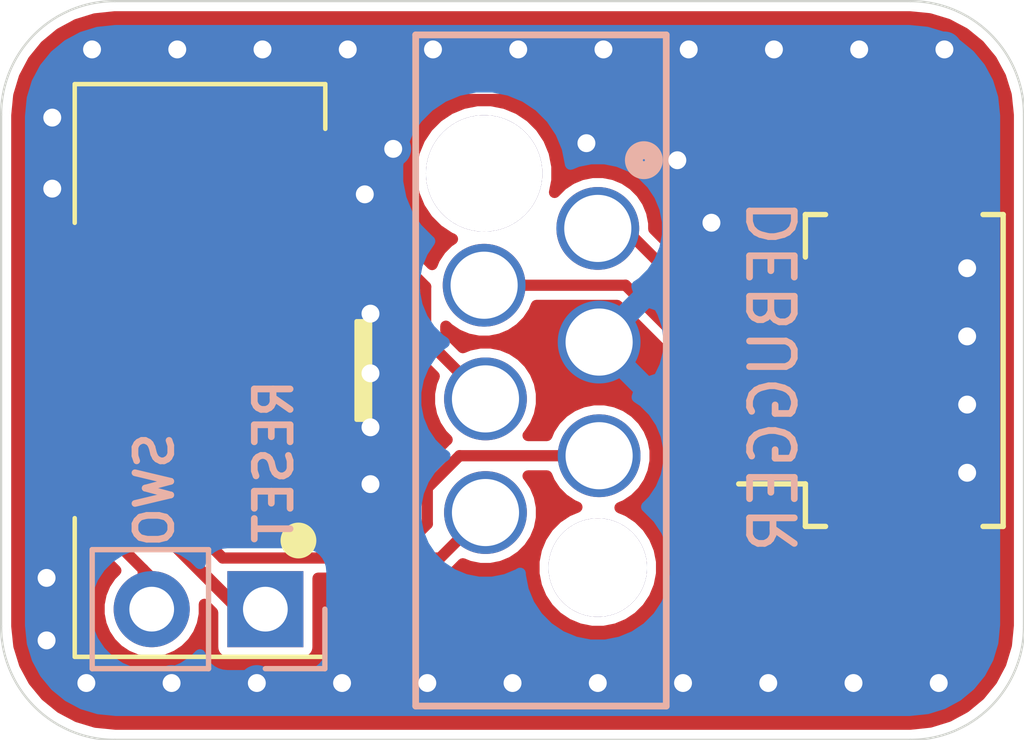
<source format=kicad_pcb>
(kicad_pcb (version 20171130) (host pcbnew 5.1.10-88a1d61d58~88~ubuntu18.04.1)

  (general
    (thickness 1.6)
    (drawings 11)
    (tracks 101)
    (zones 0)
    (modules 4)
    (nets 10)
  )

  (page A4)
  (layers
    (0 F.Cu signal)
    (31 B.Cu signal)
    (32 B.Adhes user)
    (33 F.Adhes user)
    (34 B.Paste user)
    (35 F.Paste user)
    (36 B.SilkS user)
    (37 F.SilkS user)
    (38 B.Mask user)
    (39 F.Mask user)
    (40 Dwgs.User user)
    (41 Cmts.User user)
    (42 Eco1.User user)
    (43 Eco2.User user)
    (44 Edge.Cuts user)
    (45 Margin user)
    (46 B.CrtYd user)
    (47 F.CrtYd user)
    (48 B.Fab user)
    (49 F.Fab user)
  )

  (setup
    (last_trace_width 0.25)
    (trace_clearance 0.15)
    (zone_clearance 0.2)
    (zone_45_only no)
    (trace_min 0.2)
    (via_size 0.8)
    (via_drill 0.4)
    (via_min_size 0.4)
    (via_min_drill 0.3)
    (uvia_size 0.3)
    (uvia_drill 0.1)
    (uvias_allowed no)
    (uvia_min_size 0.2)
    (uvia_min_drill 0.1)
    (edge_width 0.05)
    (segment_width 0.2)
    (pcb_text_width 0.3)
    (pcb_text_size 1.5 1.5)
    (mod_edge_width 0.12)
    (mod_text_size 1 1)
    (mod_text_width 0.15)
    (pad_size 2.1 3)
    (pad_drill 0)
    (pad_to_mask_clearance 0)
    (aux_axis_origin 0 0)
    (visible_elements 7FFFFF7F)
    (pcbplotparams
      (layerselection 0x010f8_ffffffff)
      (usegerberextensions false)
      (usegerberattributes true)
      (usegerberadvancedattributes true)
      (creategerberjobfile true)
      (excludeedgelayer true)
      (linewidth 0.100000)
      (plotframeref false)
      (viasonmask false)
      (mode 1)
      (useauxorigin false)
      (hpglpennumber 1)
      (hpglpenspeed 20)
      (hpglpendiameter 15.000000)
      (psnegative false)
      (psa4output false)
      (plotreference true)
      (plotvalue true)
      (plotinvisibletext false)
      (padsonsilk false)
      (subtractmaskfromsilk false)
      (outputformat 1)
      (mirror false)
      (drillshape 0)
      (scaleselection 1)
      (outputdirectory "SKEDD_debuggerboard/"))
  )

  (net 0 "")
  (net 1 +3V3)
  (net 2 GND)
  (net 3 /SWO)
  (net 4 "Net-(J1-Pad8)")
  (net 5 /RESET)
  (net 6 /SWIO)
  (net 7 /SWDCLK)
  (net 8 /Tx-host-viewpoint)
  (net 9 /Rx-host-viewpoint)

  (net_class Default "This is the default net class."
    (clearance 0.15)
    (trace_width 0.25)
    (via_dia 0.8)
    (via_drill 0.4)
    (uvia_dia 0.3)
    (uvia_drill 0.1)
    (add_net +3V3)
    (add_net /RESET)
    (add_net /Rx-host-viewpoint)
    (add_net /SWDCLK)
    (add_net /SWIO)
    (add_net /SWO)
    (add_net /Tx-host-viewpoint)
    (add_net GND)
    (add_net "Net-(J1-Pad7)")
    (add_net "Net-(J1-Pad8)")
  )

  (module Jitter_Footprints:WR-WST_REDFIT-6-pins_490107670612 (layer B.Cu) (tedit 603FBAAC) (tstamp 603FCD5A)
    (at 158.75 106.68 90)
    (path /603F6716)
    (attr virtual)
    (fp_text reference J3 (at 0.1 3.8 -90) (layer B.SilkS) hide
      (effects (font (size 1 1) (thickness 0.15)) (justify mirror))
    )
    (fp_text value DNI (at 0 0.5 -90) (layer B.Fab) hide
      (effects (font (size 1 1) (thickness 0.15)) (justify mirror))
    )
    (fp_line (start -7.5 -2.8) (end -7.5 2.8) (layer B.SilkS) (width 0.15))
    (fp_line (start -7.5 2.8) (end 7.5 2.8) (layer B.SilkS) (width 0.15))
    (fp_line (start 7.5 -2.8) (end -7.5 -2.8) (layer B.SilkS) (width 0.15))
    (fp_line (start 7.5 2.8) (end 7.5 -2.8) (layer B.SilkS) (width 0.15))
    (fp_circle (center 4.7 2.3) (end 4.923607 2.3) (layer B.SilkS) (width 0.4))
    (fp_line (start 7 2.8) (end -7 2.8) (layer B.Fab) (width 0.05))
    (fp_line (start -7 2.8) (end -7 -2.8) (layer B.Fab) (width 0.05))
    (fp_line (start -7 -2.8) (end 7 -2.8) (layer B.Fab) (width 0.05))
    (fp_line (start 7 -2.8) (end 7 2.8) (layer B.Fab) (width 0.05))
    (fp_line (start 7.7 -3) (end 7.7 3) (layer B.CrtYd) (width 0.12))
    (fp_line (start 7.7 3) (end -7.7 3) (layer B.CrtYd) (width 0.12))
    (fp_line (start -7.7 3) (end -7.7 -3) (layer B.CrtYd) (width 0.12))
    (fp_line (start -7.7 -3) (end 7.7 -3) (layer B.CrtYd) (width 0.12))
    (pad 2 thru_hole circle (at 1.905 -1.27 90) (size 1.85 1.85) (drill 1.5) (layers *.Cu *.Mask)
      (net 9 /Rx-host-viewpoint))
    (pad 4 thru_hole circle (at -0.635 -1.24 90) (size 1.85 1.85) (drill 1.5) (layers *.Cu *.Mask)
      (net 1 +3V3))
    (pad 6 thru_hole circle (at -3.175 -1.24 90) (size 1.85 1.85) (drill 1.5) (layers *.Cu *.Mask)
      (net 7 /SWDCLK))
    (pad 5 thru_hole circle (at -1.905 1.3 90) (size 1.85 1.85) (drill 1.5) (layers *.Cu *.Mask)
      (net 6 /SWIO))
    (pad 3 thru_hole circle (at 0.635 1.3 90) (size 1.85 1.85) (drill 1.5) (layers *.Cu *.Mask)
      (net 2 GND))
    (pad 1 thru_hole circle (at 3.175 1.27 90) (size 1.85 1.85) (drill 1.5) (layers *.Cu *.Mask)
      (net 8 /Tx-host-viewpoint))
    (pad 0 thru_hole circle (at 4.405 -1.27 90) (size 2.6 2.6) (drill 2.6) (layers *.Cu *.Mask))
    (pad 0 thru_hole circle (at -4.405 1.27 90) (size 2.2 2.2) (drill 2.2) (layers *.Cu *.Mask))
    (model :jitter:490107670612.stp
      (offset (xyz -2.4 0 5.9))
      (scale (xyz 1 1 1))
      (rotate (xyz 0 0 0))
    )
  )

  (module Jitter_Footprints:connector_jtag_10pin-female-mirrored (layer F.Cu) (tedit 603F7D5A) (tstamp 603FCD18)
    (at 151.13 106.68 180)
    (descr "surface-mounted straight pin header, 2x05, 1.27mm pitch, double rows")
    (tags "Surface mounted pin header SMD 2x05 1.27mm double row")
    (path /603FEAD9)
    (attr smd)
    (fp_text reference J1 (at 0 -5.1) (layer F.SilkS) hide
      (effects (font (size 1 1) (thickness 0.15)))
    )
    (fp_text value Conn_ARM_JTAG_SWD_10 (at 0 4.235) (layer F.Fab) hide
      (effects (font (size 1 1) (thickness 0.15)))
    )
    (fp_line (start 1.705 3.175) (end -1.705 3.175) (layer F.Fab) (width 0.1))
    (fp_line (start -1.27 -3.175) (end 1.705 -3.175) (layer F.Fab) (width 0.1))
    (fp_line (start -1.705 3.175) (end -1.705 -2.74) (layer F.Fab) (width 0.1))
    (fp_line (start -1.705 -2.74) (end -1.27 -3.175) (layer F.Fab) (width 0.1))
    (fp_line (start 1.705 -3.175) (end 1.705 3.175) (layer F.Fab) (width 0.1))
    (fp_line (start -1.705 -2.74) (end -2.75 -2.74) (layer F.Fab) (width 0.1))
    (fp_line (start -2.75 -2.74) (end -2.75 -2.34) (layer F.Fab) (width 0.1))
    (fp_line (start -2.75 -2.34) (end -1.705 -2.34) (layer F.Fab) (width 0.1))
    (fp_line (start 1.705 -2.74) (end 2.75 -2.74) (layer F.Fab) (width 0.1))
    (fp_line (start 2.75 -2.74) (end 2.75 -2.34) (layer F.Fab) (width 0.1))
    (fp_line (start 2.75 -2.34) (end 1.705 -2.34) (layer F.Fab) (width 0.1))
    (fp_line (start -1.705 -1.47) (end -2.75 -1.47) (layer F.Fab) (width 0.1))
    (fp_line (start -2.75 -1.47) (end -2.75 -1.07) (layer F.Fab) (width 0.1))
    (fp_line (start -2.75 -1.07) (end -1.705 -1.07) (layer F.Fab) (width 0.1))
    (fp_line (start 1.705 -1.47) (end 2.75 -1.47) (layer F.Fab) (width 0.1))
    (fp_line (start 2.75 -1.47) (end 2.75 -1.07) (layer F.Fab) (width 0.1))
    (fp_line (start 2.75 -1.07) (end 1.705 -1.07) (layer F.Fab) (width 0.1))
    (fp_line (start -1.705 -0.2) (end -2.75 -0.2) (layer F.Fab) (width 0.1))
    (fp_line (start -2.75 -0.2) (end -2.75 0.2) (layer F.Fab) (width 0.1))
    (fp_line (start -2.75 0.2) (end -1.705 0.2) (layer F.Fab) (width 0.1))
    (fp_line (start 1.705 -0.2) (end 2.75 -0.2) (layer F.Fab) (width 0.1))
    (fp_line (start 2.75 -0.2) (end 2.75 0.2) (layer F.Fab) (width 0.1))
    (fp_line (start 2.75 0.2) (end 1.705 0.2) (layer F.Fab) (width 0.1))
    (fp_line (start -1.705 1.07) (end -2.75 1.07) (layer F.Fab) (width 0.1))
    (fp_line (start -2.75 1.07) (end -2.75 1.47) (layer F.Fab) (width 0.1))
    (fp_line (start -2.75 1.47) (end -1.705 1.47) (layer F.Fab) (width 0.1))
    (fp_line (start 1.705 1.07) (end 2.75 1.07) (layer F.Fab) (width 0.1))
    (fp_line (start 2.75 1.07) (end 2.75 1.47) (layer F.Fab) (width 0.1))
    (fp_line (start 2.75 1.47) (end 1.705 1.47) (layer F.Fab) (width 0.1))
    (fp_line (start -1.705 2.34) (end -2.75 2.34) (layer F.Fab) (width 0.1))
    (fp_line (start -2.75 2.34) (end -2.75 2.74) (layer F.Fab) (width 0.1))
    (fp_line (start -2.75 2.74) (end -1.705 2.74) (layer F.Fab) (width 0.1))
    (fp_line (start 1.705 2.34) (end 2.75 2.34) (layer F.Fab) (width 0.1))
    (fp_line (start 2.75 2.34) (end 2.75 2.74) (layer F.Fab) (width 0.1))
    (fp_line (start 2.75 2.74) (end 1.705 2.74) (layer F.Fab) (width 0.1))
    (fp_line (start 2.8 -6.4) (end -2.8 -6.4) (layer F.SilkS) (width 0.1))
    (fp_line (start -2.8 -6.4) (end -2.8 -5.4) (layer F.SilkS) (width 0.1))
    (fp_line (start 2.8 -6.4) (end 2.8 -3.3) (layer F.SilkS) (width 0.1))
    (fp_line (start 2.8 3.3) (end 2.8 6.4) (layer F.SilkS) (width 0.1))
    (fp_line (start 2.8 6.4) (end -2.8 6.4) (layer F.SilkS) (width 0.1))
    (fp_line (start -2.8 6.4) (end -2.8 5.4) (layer F.SilkS) (width 0.1))
    (fp_circle (center -2.2 -3.8) (end -2 -3.8) (layer F.SilkS) (width 0.4))
    (fp_line (start -3.6 6.9) (end 3.3 6.9) (layer F.CrtYd) (width 0.1))
    (fp_line (start 3.3 6.9) (end 3.6 6.9) (layer F.CrtYd) (width 0.1))
    (fp_line (start 3.6 6.9) (end 3.6 -6.9) (layer F.CrtYd) (width 0.1))
    (fp_line (start 3.6 -6.9) (end -3.6 -6.9) (layer F.CrtYd) (width 0.1))
    (fp_line (start -3.6 -6.9) (end -3.6 6.9) (layer F.CrtYd) (width 0.1))
    (fp_poly (pts (xy -3.5 1.1) (xy -3.8 1.1) (xy -3.8 -1.1) (xy -3.5 -1.1)) (layer F.SilkS) (width 0.1))
    (fp_text user %R (at 0 0 90) (layer F.Fab) hide
      (effects (font (size 1 1) (thickness 0.15)))
    )
    (pad 2 smd rect (at 1.95 2.54 180) (size 2.4 0.74) (layers F.Cu F.Paste F.Mask)
      (net 6 /SWIO))
    (pad 1 smd rect (at -1.95 2.54 180) (size 2.4 0.74) (layers F.Cu F.Paste F.Mask)
      (net 1 +3V3))
    (pad 4 smd rect (at 1.95 1.27 180) (size 2.4 0.74) (layers F.Cu F.Paste F.Mask)
      (net 7 /SWDCLK))
    (pad 3 smd rect (at -1.95 1.27 180) (size 2.4 0.74) (layers F.Cu F.Paste F.Mask)
      (net 2 GND))
    (pad 6 smd rect (at 1.95 0 180) (size 2.4 0.74) (layers F.Cu F.Paste F.Mask)
      (net 3 /SWO))
    (pad 5 smd rect (at -1.95 0 180) (size 2.4 0.74) (layers F.Cu F.Paste F.Mask)
      (net 2 GND))
    (pad 8 smd rect (at 1.95 -1.27 180) (size 2.4 0.74) (layers F.Cu F.Paste F.Mask))
    (pad 7 smd rect (at -1.95 -1.27 180) (size 2.4 0.74) (layers F.Cu F.Paste F.Mask))
    (pad 10 smd rect (at 1.95 -2.54 180) (size 2.4 0.74) (layers F.Cu F.Paste F.Mask)
      (net 5 /RESET))
    (pad 9 smd rect (at -1.95 -2.54 180) (size 2.4 0.74) (layers F.Cu F.Paste F.Mask)
      (net 2 GND))
    (model :jitter:m50-3100545_asm.stp
      (offset (xyz 0 3.19 4.5))
      (scale (xyz 1 1 1))
      (rotate (xyz -90 0 90))
    )
  )

  (module Connector_PinHeader_2.54mm:PinHeader_1x02_P2.54mm_Vertical (layer B.Cu) (tedit 59FED5CC) (tstamp 603FCD72)
    (at 152.5905 112.014 90)
    (descr "Through hole straight pin header, 1x02, 2.54mm pitch, single row")
    (tags "Through hole pin header THT 1x02 2.54mm single row")
    (path /603FFE29)
    (fp_text reference J4 (at 0 2.33 270) (layer B.SilkS) hide
      (effects (font (size 1 1) (thickness 0.15)) (justify mirror))
    )
    (fp_text value DNI (at 1.27 -7.62 270) (layer B.Fab) hide
      (effects (font (size 1 1) (thickness 0.15)) (justify mirror))
    )
    (fp_line (start -0.635 1.27) (end 1.27 1.27) (layer B.Fab) (width 0.1))
    (fp_line (start 1.27 1.27) (end 1.27 -3.81) (layer B.Fab) (width 0.1))
    (fp_line (start 1.27 -3.81) (end -1.27 -3.81) (layer B.Fab) (width 0.1))
    (fp_line (start -1.27 -3.81) (end -1.27 0.635) (layer B.Fab) (width 0.1))
    (fp_line (start -1.27 0.635) (end -0.635 1.27) (layer B.Fab) (width 0.1))
    (fp_line (start -1.33 -3.87) (end 1.33 -3.87) (layer B.SilkS) (width 0.12))
    (fp_line (start -1.33 -1.27) (end -1.33 -3.87) (layer B.SilkS) (width 0.12))
    (fp_line (start 1.33 -1.27) (end 1.33 -3.87) (layer B.SilkS) (width 0.12))
    (fp_line (start -1.33 -1.27) (end 1.33 -1.27) (layer B.SilkS) (width 0.12))
    (fp_line (start -1.33 0) (end -1.33 1.33) (layer B.SilkS) (width 0.12))
    (fp_line (start -1.33 1.33) (end 0 1.33) (layer B.SilkS) (width 0.12))
    (fp_line (start -1.8 1.8) (end -1.8 -4.35) (layer B.CrtYd) (width 0.05))
    (fp_line (start -1.8 -4.35) (end 1.8 -4.35) (layer B.CrtYd) (width 0.05))
    (fp_line (start 1.8 -4.35) (end 1.8 1.8) (layer B.CrtYd) (width 0.05))
    (fp_line (start 1.8 1.8) (end -1.8 1.8) (layer B.CrtYd) (width 0.05))
    (fp_text user %R (at 0 -1.27) (layer B.Fab) hide
      (effects (font (size 1 1) (thickness 0.15)) (justify mirror))
    )
    (pad 1 thru_hole rect (at 0 0 90) (size 1.7 1.7) (drill 1) (layers *.Cu *.Mask)
      (net 5 /RESET))
    (pad 2 thru_hole oval (at 0 -2.54 90) (size 1.7 1.7) (drill 1) (layers *.Cu *.Mask)
      (net 3 /SWO))
    (model ${KISYS3DMOD}/Connector_PinHeader_2.54mm.3dshapes/PinHeader_1x02_P2.54mm_Vertical.wrl
      (at (xyz 0 0 0))
      (scale (xyz 1 1 1))
      (rotate (xyz 0 0 0))
    )
  )

  (module Connector_Molex:Molex_PicoBlade_53261-0471_1x04-1MP_P1.25mm_Horizontal (layer F.Cu) (tedit 603FBC0F) (tstamp 603FCD41)
    (at 166.37 106.68 90)
    (descr "Molex PicoBlade series connector, 53261-0471 (http://www.molex.com/pdm_docs/sd/532610271_sd.pdf), generated with kicad-footprint-generator")
    (tags "connector Molex PicoBlade top entry")
    (path /603F5DEC)
    (attr smd)
    (fp_text reference J2 (at 0 -4.4 90) (layer F.SilkS) hide
      (effects (font (size 1 1) (thickness 0.15)))
    )
    (fp_text value uart_client_2.54 (at 0 3.8 90) (layer F.Fab) hide
      (effects (font (size 1 1) (thickness 0.15)))
    )
    (fp_line (start -1.875 -0.892893) (end -1.375 -1.6) (layer F.Fab) (width 0.1))
    (fp_line (start -2.375 -1.6) (end -1.875 -0.892893) (layer F.Fab) (width 0.1))
    (fp_line (start 5.98 -3.7) (end -5.98 -3.7) (layer F.CrtYd) (width 0.05))
    (fp_line (start 5.98 3.1) (end 5.98 -3.7) (layer F.CrtYd) (width 0.05))
    (fp_line (start -5.98 3.1) (end 5.98 3.1) (layer F.CrtYd) (width 0.05))
    (fp_line (start -5.98 -3.7) (end -5.98 3.1) (layer F.CrtYd) (width 0.05))
    (fp_line (start 4.875 2.2) (end 3.375 2.2) (layer F.Fab) (width 0.1))
    (fp_line (start 4.875 1.6) (end 4.875 2.2) (layer F.Fab) (width 0.1))
    (fp_line (start 5.075 1.4) (end 4.875 1.6) (layer F.Fab) (width 0.1))
    (fp_line (start 5.075 -0.4) (end 5.075 1.4) (layer F.Fab) (width 0.1))
    (fp_line (start 4.875 -0.6) (end 5.075 -0.4) (layer F.Fab) (width 0.1))
    (fp_line (start 3.375 -0.6) (end 4.875 -0.6) (layer F.Fab) (width 0.1))
    (fp_line (start -4.875 2.2) (end -3.375 2.2) (layer F.Fab) (width 0.1))
    (fp_line (start -4.875 1.6) (end -4.875 2.2) (layer F.Fab) (width 0.1))
    (fp_line (start -5.075 1.4) (end -4.875 1.6) (layer F.Fab) (width 0.1))
    (fp_line (start -5.075 -0.4) (end -5.075 1.4) (layer F.Fab) (width 0.1))
    (fp_line (start -4.875 -0.6) (end -5.075 -0.4) (layer F.Fab) (width 0.1))
    (fp_line (start -3.375 -0.6) (end -4.875 -0.6) (layer F.Fab) (width 0.1))
    (fp_line (start 3.375 -1.6) (end 3.375 2.6) (layer F.Fab) (width 0.1))
    (fp_line (start -3.375 -1.6) (end -3.375 2.6) (layer F.Fab) (width 0.1))
    (fp_line (start -3.375 2.6) (end 3.375 2.6) (layer F.Fab) (width 0.1))
    (fp_line (start 3.485 2.71) (end 3.485 2.26) (layer F.SilkS) (width 0.12))
    (fp_line (start -3.485 2.71) (end 3.485 2.71) (layer F.SilkS) (width 0.12))
    (fp_line (start -3.485 2.26) (end -3.485 2.71) (layer F.SilkS) (width 0.12))
    (fp_line (start 3.485 -1.71) (end 2.535 -1.71) (layer F.SilkS) (width 0.12))
    (fp_line (start 3.485 -1.26) (end 3.485 -1.71) (layer F.SilkS) (width 0.12))
    (fp_line (start -2.535 -1.71) (end -2.535 -3.2) (layer F.SilkS) (width 0.12))
    (fp_line (start -3.485 -1.71) (end -2.535 -1.71) (layer F.SilkS) (width 0.12))
    (fp_line (start -3.485 -1.26) (end -3.485 -1.71) (layer F.SilkS) (width 0.12))
    (fp_line (start -3.375 -1.6) (end 3.375 -1.6) (layer F.Fab) (width 0.1))
    (fp_text user %R (at 0 1.9 90) (layer F.Fab) hide
      (effects (font (size 1 1) (thickness 0.15)))
    )
    (pad MP smd roundrect (at 4.425 0.5 90) (size 2.1 3) (layers F.Cu F.Paste F.Mask) (roundrect_rratio 0.119))
    (pad MP smd roundrect (at -4.425 0.5 90) (size 2.1 3) (layers F.Cu F.Paste F.Mask) (roundrect_rratio 0.119))
    (pad 4 smd roundrect (at 1.875 -2.4 90) (size 0.8 1.6) (layers F.Cu F.Paste F.Mask) (roundrect_rratio 0.25)
      (net 1 +3V3))
    (pad 3 smd roundrect (at 0.625 -2.4 90) (size 0.8 1.6) (layers F.Cu F.Paste F.Mask) (roundrect_rratio 0.25)
      (net 8 /Tx-host-viewpoint))
    (pad 2 smd roundrect (at -0.625 -2.4 90) (size 0.8 1.6) (layers F.Cu F.Paste F.Mask) (roundrect_rratio 0.25)
      (net 9 /Rx-host-viewpoint))
    (pad 1 smd roundrect (at -1.875 -2.4 90) (size 0.8 1.6) (layers F.Cu F.Paste F.Mask) (roundrect_rratio 0.25)
      (net 2 GND))
    (model ${KISYS3DMOD}/Connector_Molex.3dshapes/Molex_PicoBlade_53261-0471_1x04-1MP_P1.25mm_Horizontal.wrl
      (at (xyz 0 0 0))
      (scale (xyz 1 1 1))
      (rotate (xyz 0 0 0))
    )
  )

  (gr_text DEBUGGER (at 163.957 106.807 90) (layer B.SilkS)
    (effects (font (size 1 1) (thickness 0.15)) (justify mirror))
  )
  (gr_text RESET (at 152.781 108.712 90) (layer B.SilkS)
    (effects (font (size 0.8 0.8) (thickness 0.15)) (justify mirror))
  )
  (gr_text SWO (at 150.114 109.347 90) (layer B.SilkS)
    (effects (font (size 0.8 0.8) (thickness 0.15)) (justify mirror))
  )
  (gr_arc (start 149.225 100.965) (end 149.225 98.425) (angle -90) (layer Edge.Cuts) (width 0.05))
  (gr_line (start 146.685 112.395) (end 146.685 100.965) (layer Edge.Cuts) (width 0.05))
  (gr_line (start 167.005 98.425) (end 149.225 98.425) (layer Edge.Cuts) (width 0.05))
  (gr_line (start 167.005 114.935) (end 149.225 114.935) (layer Edge.Cuts) (width 0.05) (tstamp 603FF9A0))
  (gr_arc (start 149.225 112.395) (end 146.685 112.395) (angle -90) (layer Edge.Cuts) (width 0.05))
  (gr_arc (start 167.005 100.965) (end 169.545 100.965) (angle -90) (layer Edge.Cuts) (width 0.05))
  (gr_line (start 169.545 112.395) (end 169.545 100.965) (layer Edge.Cuts) (width 0.05))
  (gr_arc (start 167.005 112.395) (end 167.005 114.935) (angle -90) (layer Edge.Cuts) (width 0.05))

  (segment (start 154.53 104.14) (end 153.08 104.14) (width 0.25) (layer F.Cu) (net 1))
  (segment (start 155.505002 104.14) (end 153.08 104.14) (width 0.25) (layer F.Cu) (net 1))
  (segment (start 156.173001 104.807999) (end 155.505002 104.14) (width 0.25) (layer F.Cu) (net 1))
  (segment (start 156.173001 105.978001) (end 156.173001 104.807999) (width 0.25) (layer F.Cu) (net 1))
  (segment (start 157.51 107.315) (end 156.173001 105.978001) (width 0.25) (layer F.Cu) (net 1))
  (segment (start 153.08 102.19) (end 153.08 104.14) (width 0.25) (layer F.Cu) (net 1))
  (segment (start 156.006018 100.17252) (end 155.09748 100.17252) (width 0.25) (layer F.Cu) (net 1))
  (segment (start 156.661001 100.179501) (end 156.012999 100.179501) (width 0.25) (layer F.Cu) (net 1))
  (segment (start 156.667982 100.17252) (end 156.661001 100.179501) (width 0.25) (layer F.Cu) (net 1))
  (segment (start 157.911018 100.17252) (end 156.667982 100.17252) (width 0.25) (layer F.Cu) (net 1))
  (segment (start 163.97 104.805) (end 163.97 101.74) (width 0.25) (layer F.Cu) (net 1))
  (segment (start 157.917999 100.179501) (end 157.911018 100.17252) (width 0.25) (layer F.Cu) (net 1))
  (segment (start 162.376001 100.179501) (end 161.727999 100.179501) (width 0.25) (layer F.Cu) (net 1))
  (segment (start 163.97 101.74) (end 162.40252 100.17252) (width 0.25) (layer F.Cu) (net 1))
  (segment (start 162.40252 100.17252) (end 162.382982 100.17252) (width 0.25) (layer F.Cu) (net 1))
  (segment (start 158.566001 100.179501) (end 157.917999 100.179501) (width 0.25) (layer F.Cu) (net 1))
  (segment (start 162.382982 100.17252) (end 162.376001 100.179501) (width 0.25) (layer F.Cu) (net 1))
  (segment (start 161.721018 100.17252) (end 160.477982 100.17252) (width 0.25) (layer F.Cu) (net 1))
  (segment (start 155.09748 100.17252) (end 153.08 102.19) (width 0.25) (layer F.Cu) (net 1))
  (segment (start 160.477982 100.17252) (end 160.471001 100.179501) (width 0.25) (layer F.Cu) (net 1))
  (segment (start 160.471001 100.179501) (end 159.822999 100.179501) (width 0.25) (layer F.Cu) (net 1))
  (segment (start 159.822999 100.179501) (end 159.816018 100.17252) (width 0.25) (layer F.Cu) (net 1))
  (segment (start 161.727999 100.179501) (end 161.721018 100.17252) (width 0.25) (layer F.Cu) (net 1))
  (segment (start 159.816018 100.17252) (end 158.572982 100.17252) (width 0.25) (layer F.Cu) (net 1))
  (segment (start 156.012999 100.179501) (end 156.006018 100.17252) (width 0.25) (layer F.Cu) (net 1))
  (segment (start 158.572982 100.17252) (end 158.566001 100.179501) (width 0.25) (layer F.Cu) (net 1))
  (via (at 167.767 99.5045) (size 0.8) (drill 0.4) (layers F.Cu B.Cu) (net 2) (tstamp 60400330))
  (via (at 160.147 99.5045) (size 0.8) (drill 0.4) (layers F.Cu B.Cu) (net 2) (tstamp 60400331))
  (via (at 165.862 99.5045) (size 0.8) (drill 0.4) (layers F.Cu B.Cu) (net 2) (tstamp 60400332))
  (via (at 162.052 99.5045) (size 0.8) (drill 0.4) (layers F.Cu B.Cu) (net 2) (tstamp 60400333))
  (via (at 163.957 99.5045) (size 0.8) (drill 0.4) (layers F.Cu B.Cu) (net 2) (tstamp 60400334))
  (via (at 150.622 99.5045) (size 0.8) (drill 0.4) (layers F.Cu B.Cu) (net 2) (tstamp 60400335))
  (via (at 152.527 99.5045) (size 0.8) (drill 0.4) (layers F.Cu B.Cu) (net 2) (tstamp 60400336))
  (via (at 148.717 99.5045) (size 0.8) (drill 0.4) (layers F.Cu B.Cu) (net 2) (tstamp 60400337))
  (via (at 158.242 99.5045) (size 0.8) (drill 0.4) (layers F.Cu B.Cu) (net 2) (tstamp 60400338))
  (via (at 154.432 99.5045) (size 0.8) (drill 0.4) (layers F.Cu B.Cu) (net 2) (tstamp 60400339))
  (via (at 156.337 99.5045) (size 0.8) (drill 0.4) (layers F.Cu B.Cu) (net 2) (tstamp 6040033A))
  (via (at 154.94 109.22) (size 0.8) (drill 0.4) (layers F.Cu B.Cu) (net 2))
  (via (at 162.56 103.378) (size 0.8) (drill 0.4) (layers F.Cu B.Cu) (net 2))
  (via (at 154.94 107.95) (size 0.8) (drill 0.4) (layers F.Cu B.Cu) (net 2))
  (via (at 161.798 101.981) (size 0.8) (drill 0.4) (layers F.Cu B.Cu) (net 2))
  (via (at 167.64 113.665) (size 0.8) (drill 0.4) (layers F.Cu B.Cu) (net 2))
  (via (at 165.735 113.665) (size 0.8) (drill 0.4) (layers F.Cu B.Cu) (net 2))
  (via (at 163.83 113.665) (size 0.8) (drill 0.4) (layers F.Cu B.Cu) (net 2))
  (via (at 161.925 113.665) (size 0.8) (drill 0.4) (layers F.Cu B.Cu) (net 2))
  (via (at 160.02 113.665) (size 0.8) (drill 0.4) (layers F.Cu B.Cu) (net 2))
  (via (at 158.115 113.665) (size 0.8) (drill 0.4) (layers F.Cu B.Cu) (net 2))
  (via (at 156.21 113.665) (size 0.8) (drill 0.4) (layers F.Cu B.Cu) (net 2))
  (via (at 154.305 113.665) (size 0.8) (drill 0.4) (layers F.Cu B.Cu) (net 2))
  (via (at 152.4 113.665) (size 0.8) (drill 0.4) (layers F.Cu B.Cu) (net 2))
  (via (at 150.495 113.665) (size 0.8) (drill 0.4) (layers F.Cu B.Cu) (net 2))
  (via (at 148.59 113.665) (size 0.8) (drill 0.4) (layers F.Cu B.Cu) (net 2))
  (via (at 154.94 106.7435) (size 0.8) (drill 0.4) (layers F.Cu B.Cu) (net 2))
  (via (at 154.94 105.41) (size 0.8) (drill 0.4) (layers F.Cu B.Cu) (net 2))
  (via (at 147.701 112.7125) (size 0.8) (drill 0.4) (layers F.Cu B.Cu) (net 2))
  (via (at 147.701 111.3155) (size 0.8) (drill 0.4) (layers F.Cu B.Cu) (net 2))
  (via (at 147.828 102.616) (size 0.8) (drill 0.4) (layers F.Cu B.Cu) (net 2))
  (via (at 147.828 101.0285) (size 0.8) (drill 0.4) (layers F.Cu B.Cu) (net 2))
  (via (at 168.275 108.966) (size 0.8) (drill 0.4) (layers F.Cu B.Cu) (net 2))
  (via (at 168.275 107.442) (size 0.8) (drill 0.4) (layers F.Cu B.Cu) (net 2))
  (via (at 168.275 105.918) (size 0.8) (drill 0.4) (layers F.Cu B.Cu) (net 2))
  (via (at 168.275 104.394) (size 0.8) (drill 0.4) (layers F.Cu B.Cu) (net 2))
  (via (at 159.766 101.6) (size 0.8) (drill 0.4) (layers F.Cu B.Cu) (net 2))
  (via (at 155.448 101.727) (size 0.8) (drill 0.4) (layers F.Cu B.Cu) (net 2))
  (via (at 154.813 102.743) (size 0.8) (drill 0.4) (layers F.Cu B.Cu) (net 2))
  (segment (start 149.86 112.395) (end 149.86 111.125) (width 0.25) (layer F.Cu) (net 3))
  (segment (start 149.86 111.125) (end 148.9075 110.1725) (width 0.25) (layer F.Cu) (net 3))
  (segment (start 150.0505 111.3155) (end 149.86 111.125) (width 0.25) (layer F.Cu) (net 3))
  (segment (start 150.0505 112.014) (end 150.0505 111.3155) (width 0.25) (layer F.Cu) (net 3))
  (segment (start 148.067498 110.1725) (end 148.9075 110.1725) (width 0.25) (layer F.Cu) (net 3))
  (segment (start 147.704999 109.810001) (end 148.067498 110.1725) (width 0.25) (layer F.Cu) (net 3))
  (segment (start 148.089998 106.68) (end 147.704999 107.064999) (width 0.25) (layer F.Cu) (net 3))
  (segment (start 149.18 106.68) (end 148.089998 106.68) (width 0.25) (layer F.Cu) (net 3))
  (segment (start 147.704999 107.064999) (end 147.704999 109.810001) (width 0.25) (layer F.Cu) (net 3))
  (segment (start 149.18 107.95) (end 149.225 107.95) (width 0.25) (layer F.Cu) (net 4))
  (segment (start 149.86 109.22) (end 149.225 109.22) (width 0.25) (layer F.Cu) (net 5))
  (segment (start 149.225 109.22) (end 152.4 112.395) (width 0.25) (layer F.Cu) (net 5))
  (segment (start 149.18 109.22) (end 149.225 109.22) (width 0.25) (layer F.Cu) (net 5))
  (segment (start 151.974 112.014) (end 149.18 109.22) (width 0.25) (layer F.Cu) (net 5))
  (segment (start 152.5905 112.014) (end 151.974 112.014) (width 0.25) (layer F.Cu) (net 5))
  (segment (start 151.476805 104.986805) (end 150.63 104.14) (width 0.25) (layer F.Cu) (net 6))
  (segment (start 151.476805 110.074805) (end 151.476805 104.986805) (width 0.25) (layer F.Cu) (net 6))
  (segment (start 151.765 110.363) (end 151.476805 110.074805) (width 0.25) (layer F.Cu) (net 6))
  (segment (start 155.956 110.363) (end 151.765 110.363) (width 0.25) (layer F.Cu) (net 6))
  (segment (start 156.21 110.109) (end 155.956 110.363) (width 0.25) (layer F.Cu) (net 6))
  (segment (start 156.21 109.304998) (end 156.21 110.109) (width 0.25) (layer F.Cu) (net 6))
  (segment (start 156.929998 108.585) (end 156.21 109.304998) (width 0.25) (layer F.Cu) (net 6))
  (segment (start 150.63 104.14) (end 149.18 104.14) (width 0.25) (layer F.Cu) (net 6))
  (segment (start 160.05 108.585) (end 156.929998 108.585) (width 0.25) (layer F.Cu) (net 6))
  (segment (start 151.638 110.871) (end 156.494 110.871) (width 0.25) (layer F.Cu) (net 7))
  (segment (start 150.876 110.109) (end 151.638 110.871) (width 0.25) (layer F.Cu) (net 7))
  (segment (start 150.876 105.656) (end 150.876 110.109) (width 0.25) (layer F.Cu) (net 7))
  (segment (start 156.494 110.871) (end 157.51 109.855) (width 0.25) (layer F.Cu) (net 7))
  (segment (start 150.63 105.41) (end 150.876 105.656) (width 0.25) (layer F.Cu) (net 7))
  (segment (start 149.18 105.41) (end 150.63 105.41) (width 0.25) (layer F.Cu) (net 7))
  (segment (start 160.62 103.505) (end 160.02 103.505) (width 0.25) (layer F.Cu) (net 8))
  (segment (start 163.17 106.055) (end 160.62 103.505) (width 0.25) (layer F.Cu) (net 8))
  (segment (start 163.97 106.055) (end 163.17 106.055) (width 0.25) (layer F.Cu) (net 8))
  (segment (start 160.64 104.775) (end 157.48 104.775) (width 0.25) (layer F.Cu) (net 9))
  (segment (start 163.17 107.305) (end 160.64 104.775) (width 0.25) (layer F.Cu) (net 9))
  (segment (start 163.97 107.305) (end 163.17 107.305) (width 0.25) (layer F.Cu) (net 9))

  (zone (net 2) (net_name GND) (layer F.Cu) (tstamp 60402C34) (hatch edge 0.508)
    (connect_pads yes (clearance 0.2))
    (min_thickness 0.254)
    (fill yes (arc_segments 32) (thermal_gap 0.508) (thermal_bridge_width 0.508))
    (polygon
      (pts
        (xy 169.545 114.935) (xy 146.685 114.935) (xy 146.685 98.425) (xy 169.545 98.425)
      )
    )
    (filled_polygon
      (pts
        (xy 167.429654 98.820326) (xy 167.83814 98.943655) (xy 168.214888 99.143974) (xy 168.54555 99.413657) (xy 168.817535 99.742431)
        (xy 169.02048 100.117769) (xy 169.146657 100.525381) (xy 169.193001 100.966318) (xy 169.193 112.377785) (xy 169.149674 112.819659)
        (xy 169.026346 113.228139) (xy 168.826025 113.604889) (xy 168.556346 113.935548) (xy 168.227569 114.207535) (xy 167.852231 114.41048)
        (xy 167.444621 114.536657) (xy 167.003692 114.583) (xy 149.242215 114.583) (xy 148.800341 114.539674) (xy 148.391861 114.416346)
        (xy 148.015111 114.216025) (xy 147.684452 113.946346) (xy 147.412465 113.617569) (xy 147.20952 113.242231) (xy 147.083343 112.834621)
        (xy 147.037 112.393692) (xy 147.037 107.064999) (xy 147.250812 107.064999) (xy 147.252999 107.087204) (xy 147.253 109.787786)
        (xy 147.250812 109.810001) (xy 147.259539 109.898608) (xy 147.285385 109.98381) (xy 147.293339 109.99869) (xy 147.327357 110.062334)
        (xy 147.383841 110.13116) (xy 147.401094 110.14532) (xy 147.732179 110.476405) (xy 147.746339 110.493659) (xy 147.815165 110.550143)
        (xy 147.846871 110.56709) (xy 147.893688 110.592114) (xy 147.97889 110.61796) (xy 148.067497 110.626687) (xy 148.089702 110.6245)
        (xy 148.720277 110.6245) (xy 149.247873 111.152097) (xy 149.136264 111.263706) (xy 149.007456 111.456481) (xy 148.918731 111.670682)
        (xy 148.8735 111.898076) (xy 148.8735 112.129924) (xy 148.918731 112.357318) (xy 149.007456 112.571519) (xy 149.136264 112.764294)
        (xy 149.300206 112.928236) (xy 149.492981 113.057044) (xy 149.707182 113.145769) (xy 149.934576 113.191) (xy 150.166424 113.191)
        (xy 150.393818 113.145769) (xy 150.608019 113.057044) (xy 150.800794 112.928236) (xy 150.964736 112.764294) (xy 151.093544 112.571519)
        (xy 151.182269 112.357318) (xy 151.2275 112.129924) (xy 151.2275 111.906724) (xy 151.411918 112.091142) (xy 151.411918 112.864)
        (xy 151.418232 112.928103) (xy 151.43693 112.989743) (xy 151.467294 113.04655) (xy 151.508157 113.096343) (xy 151.55795 113.137206)
        (xy 151.614757 113.16757) (xy 151.676397 113.186268) (xy 151.7405 113.192582) (xy 153.4405 113.192582) (xy 153.504603 113.186268)
        (xy 153.566243 113.16757) (xy 153.62305 113.137206) (xy 153.672843 113.096343) (xy 153.713706 113.04655) (xy 153.74407 112.989743)
        (xy 153.762768 112.928103) (xy 153.769082 112.864) (xy 153.769082 111.323) (xy 156.471795 111.323) (xy 156.494 111.325187)
        (xy 156.516205 111.323) (xy 156.582607 111.31646) (xy 156.66781 111.290614) (xy 156.746333 111.248643) (xy 156.815159 111.192159)
        (xy 156.829323 111.1749) (xy 157.00376 111.000463) (xy 157.144805 111.058886) (xy 157.386689 111.107) (xy 157.633311 111.107)
        (xy 157.875195 111.058886) (xy 158.103044 110.964508) (xy 158.308104 110.827492) (xy 158.482492 110.653104) (xy 158.619508 110.448044)
        (xy 158.713886 110.220195) (xy 158.762 109.978311) (xy 158.762 109.731689) (xy 158.713886 109.489805) (xy 158.619508 109.261956)
        (xy 158.482492 109.056896) (xy 158.462596 109.037) (xy 158.88207 109.037) (xy 158.940492 109.178044) (xy 159.077508 109.383104)
        (xy 159.251896 109.557492) (xy 159.456956 109.694508) (xy 159.552484 109.734077) (xy 159.344062 109.820409) (xy 159.11034 109.976576)
        (xy 158.911576 110.17534) (xy 158.755409 110.409062) (xy 158.647838 110.668759) (xy 158.593 110.944453) (xy 158.593 111.225547)
        (xy 158.647838 111.501241) (xy 158.755409 111.760938) (xy 158.911576 111.99466) (xy 159.11034 112.193424) (xy 159.344062 112.349591)
        (xy 159.603759 112.457162) (xy 159.879453 112.512) (xy 160.160547 112.512) (xy 160.436241 112.457162) (xy 160.695938 112.349591)
        (xy 160.92966 112.193424) (xy 161.128424 111.99466) (xy 161.284591 111.760938) (xy 161.392162 111.501241) (xy 161.447 111.225547)
        (xy 161.447 110.944453) (xy 161.392162 110.668759) (xy 161.284591 110.409062) (xy 161.128424 110.17534) (xy 160.92966 109.976576)
        (xy 160.695938 109.820409) (xy 160.517516 109.746503) (xy 160.643044 109.694508) (xy 160.848104 109.557492) (xy 161.022492 109.383104)
        (xy 161.159508 109.178044) (xy 161.253886 108.950195) (xy 161.302 108.708311) (xy 161.302 108.461689) (xy 161.253886 108.219805)
        (xy 161.159508 107.991956) (xy 161.022492 107.786896) (xy 160.848104 107.612508) (xy 160.643044 107.475492) (xy 160.415195 107.381114)
        (xy 160.173311 107.333) (xy 159.926689 107.333) (xy 159.684805 107.381114) (xy 159.456956 107.475492) (xy 159.251896 107.612508)
        (xy 159.077508 107.786896) (xy 158.940492 107.991956) (xy 158.88207 108.133) (xy 158.462596 108.133) (xy 158.482492 108.113104)
        (xy 158.619508 107.908044) (xy 158.713886 107.680195) (xy 158.762 107.438311) (xy 158.762 107.191689) (xy 158.713886 106.949805)
        (xy 158.619508 106.721956) (xy 158.482492 106.516896) (xy 158.308104 106.342508) (xy 158.103044 106.205492) (xy 157.875195 106.111114)
        (xy 157.633311 106.063) (xy 157.386689 106.063) (xy 157.144805 106.111114) (xy 157.00376 106.169537) (xy 156.625001 105.790778)
        (xy 156.625001 105.690597) (xy 156.681896 105.747492) (xy 156.886956 105.884508) (xy 157.114805 105.978886) (xy 157.356689 106.027)
        (xy 157.603311 106.027) (xy 157.845195 105.978886) (xy 158.073044 105.884508) (xy 158.278104 105.747492) (xy 158.452492 105.573104)
        (xy 158.589508 105.368044) (xy 158.64793 105.227) (xy 160.452777 105.227) (xy 162.834686 107.608911) (xy 162.848841 107.626159)
        (xy 162.859767 107.635125) (xy 162.881654 107.70728) (xy 162.9305 107.798664) (xy 162.996236 107.878764) (xy 163.076336 107.9445)
        (xy 163.16772 107.993346) (xy 163.266879 108.023425) (xy 163.37 108.033582) (xy 164.57 108.033582) (xy 164.673121 108.023425)
        (xy 164.77228 107.993346) (xy 164.863664 107.9445) (xy 164.943764 107.878764) (xy 165.0095 107.798664) (xy 165.058346 107.70728)
        (xy 165.088425 107.608121) (xy 165.098582 107.505) (xy 165.098582 107.105) (xy 165.088425 107.001879) (xy 165.058346 106.90272)
        (xy 165.0095 106.811336) (xy 164.943764 106.731236) (xy 164.881332 106.68) (xy 164.943764 106.628764) (xy 165.0095 106.548664)
        (xy 165.058346 106.45728) (xy 165.088425 106.358121) (xy 165.098582 106.255) (xy 165.098582 105.855) (xy 165.088425 105.751879)
        (xy 165.058346 105.65272) (xy 165.0095 105.561336) (xy 164.943764 105.481236) (xy 164.881332 105.43) (xy 164.943764 105.378764)
        (xy 165.0095 105.298664) (xy 165.058346 105.20728) (xy 165.088425 105.108121) (xy 165.098582 105.005) (xy 165.098582 104.605)
        (xy 165.088425 104.501879) (xy 165.058346 104.40272) (xy 165.0095 104.311336) (xy 164.943764 104.231236) (xy 164.863664 104.1655)
        (xy 164.77228 104.116654) (xy 164.673121 104.086575) (xy 164.57 104.076418) (xy 164.422 104.076418) (xy 164.422 101.762202)
        (xy 164.424187 101.739999) (xy 164.422 101.717795) (xy 164.41546 101.651393) (xy 164.389614 101.56619) (xy 164.347643 101.487667)
        (xy 164.291159 101.418841) (xy 164.27391 101.404685) (xy 162.737843 99.86862) (xy 162.723679 99.851361) (xy 162.654853 99.794877)
        (xy 162.57633 99.752906) (xy 162.491127 99.72706) (xy 162.424725 99.72052) (xy 162.40252 99.718333) (xy 162.392751 99.719295)
        (xy 162.382982 99.718333) (xy 162.360777 99.72052) (xy 162.294375 99.72706) (xy 162.292921 99.727501) (xy 161.811079 99.727501)
        (xy 161.809625 99.72706) (xy 161.743223 99.72052) (xy 161.721018 99.718333) (xy 161.698813 99.72052) (xy 160.500187 99.72052)
        (xy 160.477982 99.718333) (xy 160.455777 99.72052) (xy 160.389375 99.72706) (xy 160.387921 99.727501) (xy 159.906079 99.727501)
        (xy 159.904625 99.72706) (xy 159.838223 99.72052) (xy 159.816018 99.718333) (xy 159.793813 99.72052) (xy 158.595187 99.72052)
        (xy 158.572982 99.718333) (xy 158.550777 99.72052) (xy 158.484375 99.72706) (xy 158.482921 99.727501) (xy 158.001079 99.727501)
        (xy 157.999625 99.72706) (xy 157.933223 99.72052) (xy 157.911018 99.718333) (xy 157.888813 99.72052) (xy 156.690187 99.72052)
        (xy 156.667982 99.718333) (xy 156.645777 99.72052) (xy 156.579375 99.72706) (xy 156.577921 99.727501) (xy 156.096079 99.727501)
        (xy 156.094625 99.72706) (xy 156.028223 99.72052) (xy 156.006018 99.718333) (xy 155.983813 99.72052) (xy 155.119685 99.72052)
        (xy 155.09748 99.718333) (xy 155.008872 99.72706) (xy 154.92367 99.752906) (xy 154.845147 99.794877) (xy 154.776321 99.851361)
        (xy 154.762161 99.868615) (xy 152.7761 101.854677) (xy 152.758841 101.868841) (xy 152.702358 101.937667) (xy 152.660386 102.016191)
        (xy 152.63454 102.101393) (xy 152.625813 102.19) (xy 152.628 102.212205) (xy 152.628001 103.441418) (xy 151.88 103.441418)
        (xy 151.815897 103.447732) (xy 151.754257 103.46643) (xy 151.69745 103.496794) (xy 151.647657 103.537657) (xy 151.606794 103.58745)
        (xy 151.57643 103.644257) (xy 151.557732 103.705897) (xy 151.551418 103.77) (xy 151.551418 104.422194) (xy 150.965323 103.8361)
        (xy 150.951159 103.818841) (xy 150.882333 103.762357) (xy 150.80381 103.720386) (xy 150.718607 103.69454) (xy 150.698214 103.692531)
        (xy 150.68357 103.644257) (xy 150.653206 103.58745) (xy 150.612343 103.537657) (xy 150.56255 103.496794) (xy 150.505743 103.46643)
        (xy 150.444103 103.447732) (xy 150.38 103.441418) (xy 147.98 103.441418) (xy 147.915897 103.447732) (xy 147.854257 103.46643)
        (xy 147.79745 103.496794) (xy 147.747657 103.537657) (xy 147.706794 103.58745) (xy 147.67643 103.644257) (xy 147.657732 103.705897)
        (xy 147.651418 103.77) (xy 147.651418 104.51) (xy 147.657732 104.574103) (xy 147.67643 104.635743) (xy 147.706794 104.69255)
        (xy 147.747657 104.742343) (xy 147.787451 104.775) (xy 147.747657 104.807657) (xy 147.706794 104.85745) (xy 147.67643 104.914257)
        (xy 147.657732 104.975897) (xy 147.651418 105.04) (xy 147.651418 105.78) (xy 147.657732 105.844103) (xy 147.67643 105.905743)
        (xy 147.706794 105.96255) (xy 147.747657 106.012343) (xy 147.787451 106.045) (xy 147.747657 106.077657) (xy 147.706794 106.12745)
        (xy 147.67643 106.184257) (xy 147.657732 106.245897) (xy 147.651418 106.31) (xy 147.651418 106.479356) (xy 147.401099 106.729676)
        (xy 147.38384 106.74384) (xy 147.327357 106.812666) (xy 147.285385 106.89119) (xy 147.259539 106.976392) (xy 147.250812 107.064999)
        (xy 147.037 107.064999) (xy 147.037 100.982215) (xy 147.080326 100.540346) (xy 147.203655 100.13186) (xy 147.403974 99.755112)
        (xy 147.673657 99.42445) (xy 148.002431 99.152465) (xy 148.377769 98.94952) (xy 148.785381 98.823343) (xy 149.226308 98.777)
        (xy 166.987785 98.777)
      )
    )
    (filled_polygon
      (pts
        (xy 155.721002 104.995224) (xy 155.721001 105.955796) (xy 155.718814 105.978001) (xy 155.727541 106.066608) (xy 155.740274 106.108582)
        (xy 155.753387 106.15181) (xy 155.795358 106.230333) (xy 155.851842 106.29916) (xy 155.869101 106.313324) (xy 156.364537 106.80876)
        (xy 156.306114 106.949805) (xy 156.258 107.191689) (xy 156.258 107.438311) (xy 156.306114 107.680195) (xy 156.400492 107.908044)
        (xy 156.537508 108.113104) (xy 156.652452 108.228048) (xy 156.608839 108.263841) (xy 156.594679 108.281095) (xy 155.9061 108.969675)
        (xy 155.888841 108.983839) (xy 155.845214 109.037) (xy 155.832358 109.052665) (xy 155.790386 109.131189) (xy 155.76454 109.216391)
        (xy 155.755813 109.304998) (xy 155.758 109.327204) (xy 155.758001 109.911) (xy 151.952224 109.911) (xy 151.928805 109.887582)
        (xy 151.928805 108.648582) (xy 154.28 108.648582) (xy 154.344103 108.642268) (xy 154.405743 108.62357) (xy 154.46255 108.593206)
        (xy 154.512343 108.552343) (xy 154.553206 108.50255) (xy 154.58357 108.445743) (xy 154.602268 108.384103) (xy 154.608582 108.32)
        (xy 154.608582 107.58) (xy 154.602268 107.515897) (xy 154.58357 107.454257) (xy 154.553206 107.39745) (xy 154.512343 107.347657)
        (xy 154.46255 107.306794) (xy 154.405743 107.27643) (xy 154.344103 107.257732) (xy 154.28 107.251418) (xy 151.928805 107.251418)
        (xy 151.928805 105.009009) (xy 151.930992 104.986804) (xy 151.922265 104.898197) (xy 151.904181 104.838582) (xy 154.28 104.838582)
        (xy 154.344103 104.832268) (xy 154.405743 104.81357) (xy 154.46255 104.783206) (xy 154.512343 104.742343) (xy 154.553206 104.69255)
        (xy 154.58357 104.635743) (xy 154.596839 104.592) (xy 155.317779 104.592)
      )
    )
    (filled_polygon
      (pts
        (xy 155.924392 100.624961) (xy 156.012999 100.633688) (xy 156.035204 100.631501) (xy 156.638796 100.631501) (xy 156.661001 100.633688)
        (xy 156.683206 100.631501) (xy 156.749608 100.624961) (xy 156.751062 100.62452) (xy 157.827938 100.62452) (xy 157.829392 100.624961)
        (xy 157.917999 100.633688) (xy 157.940204 100.631501) (xy 158.543796 100.631501) (xy 158.566001 100.633688) (xy 158.588206 100.631501)
        (xy 158.654608 100.624961) (xy 158.656062 100.62452) (xy 159.732938 100.62452) (xy 159.734392 100.624961) (xy 159.822999 100.633688)
        (xy 159.845204 100.631501) (xy 160.448796 100.631501) (xy 160.471001 100.633688) (xy 160.493206 100.631501) (xy 160.559608 100.624961)
        (xy 160.561062 100.62452) (xy 161.637938 100.62452) (xy 161.639392 100.624961) (xy 161.727999 100.633688) (xy 161.750204 100.631501)
        (xy 162.222278 100.631501) (xy 163.518001 101.927226) (xy 163.518 104.076418) (xy 163.37 104.076418) (xy 163.266879 104.086575)
        (xy 163.16772 104.116654) (xy 163.076336 104.1655) (xy 162.996236 104.231236) (xy 162.9305 104.311336) (xy 162.881654 104.40272)
        (xy 162.851575 104.501879) (xy 162.841418 104.605) (xy 162.841418 105.005) (xy 162.850398 105.096175) (xy 161.272 103.517777)
        (xy 161.272 103.381689) (xy 161.223886 103.139805) (xy 161.129508 102.911956) (xy 160.992492 102.706896) (xy 160.818104 102.532508)
        (xy 160.613044 102.395492) (xy 160.385195 102.301114) (xy 160.143311 102.253) (xy 159.896689 102.253) (xy 159.654805 102.301114)
        (xy 159.426956 102.395492) (xy 159.221896 102.532508) (xy 159.05432 102.700084) (xy 159.107 102.435245) (xy 159.107 102.114755)
        (xy 159.044475 101.800422) (xy 158.921828 101.504327) (xy 158.743773 101.237848) (xy 158.517152 101.011227) (xy 158.250673 100.833172)
        (xy 157.954578 100.710525) (xy 157.640245 100.648) (xy 157.319755 100.648) (xy 157.005422 100.710525) (xy 156.709327 100.833172)
        (xy 156.442848 101.011227) (xy 156.216227 101.237848) (xy 156.038172 101.504327) (xy 155.915525 101.800422) (xy 155.853 102.114755)
        (xy 155.853 102.435245) (xy 155.915525 102.749578) (xy 156.038172 103.045673) (xy 156.216227 103.312152) (xy 156.442848 103.538773)
        (xy 156.709327 103.716828) (xy 156.771552 103.742602) (xy 156.681896 103.802508) (xy 156.507508 103.976896) (xy 156.370492 104.181956)
        (xy 156.316509 104.312283) (xy 155.840325 103.8361) (xy 155.826161 103.818841) (xy 155.757335 103.762357) (xy 155.678812 103.720386)
        (xy 155.593609 103.69454) (xy 155.527207 103.688) (xy 155.505002 103.685813) (xy 155.482797 103.688) (xy 154.596839 103.688)
        (xy 154.58357 103.644257) (xy 154.553206 103.58745) (xy 154.512343 103.537657) (xy 154.46255 103.496794) (xy 154.405743 103.46643)
        (xy 154.344103 103.447732) (xy 154.28 103.441418) (xy 153.532 103.441418) (xy 153.532 102.377223) (xy 155.284704 100.62452)
        (xy 155.922938 100.62452)
      )
    )
  )
  (zone (net 2) (net_name GND) (layer B.Cu) (tstamp 60402C31) (hatch edge 0.508)
    (connect_pads (clearance 0.508))
    (min_thickness 0.254)
    (fill yes (arc_segments 32) (thermal_gap 0.508) (thermal_bridge_width 0.508))
    (polygon
      (pts
        (xy 169.545 114.935) (xy 146.685 114.935) (xy 146.685 98.425) (xy 169.545 98.425)
      )
    )
    (filled_polygon
      (pts
        (xy 167.369545 99.123909) (xy 167.720208 99.22978) (xy 168.043625 99.401744) (xy 168.327484 99.633254) (xy 168.560965 99.915486)
        (xy 168.735183 100.237695) (xy 168.843502 100.587614) (xy 168.885001 100.982452) (xy 168.885 112.362721) (xy 168.846091 112.759545)
        (xy 168.74022 113.110206) (xy 168.568257 113.433623) (xy 168.336748 113.717482) (xy 168.054514 113.950965) (xy 167.732304 114.125184)
        (xy 167.382385 114.233502) (xy 166.987557 114.275) (xy 149.257279 114.275) (xy 148.860455 114.236091) (xy 148.509794 114.13022)
        (xy 148.186377 113.958257) (xy 147.902518 113.726748) (xy 147.669035 113.444514) (xy 147.494816 113.122304) (xy 147.386498 112.772385)
        (xy 147.345 112.377557) (xy 147.345 111.86774) (xy 148.5655 111.86774) (xy 148.5655 112.16026) (xy 148.622568 112.447158)
        (xy 148.73451 112.717411) (xy 148.897025 112.960632) (xy 149.103868 113.167475) (xy 149.347089 113.32999) (xy 149.617342 113.441932)
        (xy 149.90424 113.499) (xy 150.19676 113.499) (xy 150.483658 113.441932) (xy 150.753911 113.32999) (xy 150.997132 113.167475)
        (xy 151.128987 113.03562) (xy 151.150998 113.10818) (xy 151.209963 113.218494) (xy 151.289315 113.315185) (xy 151.386006 113.394537)
        (xy 151.49632 113.453502) (xy 151.616018 113.489812) (xy 151.7405 113.502072) (xy 153.4405 113.502072) (xy 153.564982 113.489812)
        (xy 153.68468 113.453502) (xy 153.794994 113.394537) (xy 153.891685 113.315185) (xy 153.971037 113.218494) (xy 154.030002 113.10818)
        (xy 154.066312 112.988482) (xy 154.078572 112.864) (xy 154.078572 111.164) (xy 154.066312 111.039518) (xy 154.030002 110.91982)
        (xy 153.971037 110.809506) (xy 153.891685 110.712815) (xy 153.794994 110.633463) (xy 153.68468 110.574498) (xy 153.564982 110.538188)
        (xy 153.4405 110.525928) (xy 151.7405 110.525928) (xy 151.616018 110.538188) (xy 151.49632 110.574498) (xy 151.386006 110.633463)
        (xy 151.289315 110.712815) (xy 151.209963 110.809506) (xy 151.150998 110.91982) (xy 151.128987 110.99238) (xy 150.997132 110.860525)
        (xy 150.753911 110.69801) (xy 150.483658 110.586068) (xy 150.19676 110.529) (xy 149.90424 110.529) (xy 149.617342 110.586068)
        (xy 149.347089 110.69801) (xy 149.103868 110.860525) (xy 148.897025 111.067368) (xy 148.73451 111.310589) (xy 148.622568 111.580842)
        (xy 148.5655 111.86774) (xy 147.345 111.86774) (xy 147.345 102.084419) (xy 155.545 102.084419) (xy 155.545 102.465581)
        (xy 155.619361 102.839419) (xy 155.765225 103.191566) (xy 155.976987 103.508491) (xy 156.246509 103.778013) (xy 156.262728 103.78885)
        (xy 156.097546 104.036063) (xy 155.97995 104.319965) (xy 155.92 104.621353) (xy 155.92 104.928647) (xy 155.97995 105.230035)
        (xy 156.097546 105.513937) (xy 156.268269 105.769442) (xy 156.485558 105.986731) (xy 156.587764 106.055023) (xy 156.515558 106.103269)
        (xy 156.298269 106.320558) (xy 156.127546 106.576063) (xy 156.00995 106.859965) (xy 155.95 107.161353) (xy 155.95 107.468647)
        (xy 156.00995 107.770035) (xy 156.127546 108.053937) (xy 156.298269 108.309442) (xy 156.515558 108.526731) (xy 156.602764 108.585)
        (xy 156.515558 108.643269) (xy 156.298269 108.860558) (xy 156.127546 109.116063) (xy 156.00995 109.399965) (xy 155.95 109.701353)
        (xy 155.95 110.008647) (xy 156.00995 110.310035) (xy 156.127546 110.593937) (xy 156.298269 110.849442) (xy 156.515558 111.066731)
        (xy 156.771063 111.237454) (xy 157.054965 111.35505) (xy 157.356353 111.415) (xy 157.663647 111.415) (xy 157.965035 111.35505)
        (xy 158.248937 111.237454) (xy 158.285 111.213357) (xy 158.285 111.255883) (xy 158.351675 111.591081) (xy 158.482463 111.906831)
        (xy 158.672337 112.190998) (xy 158.914002 112.432663) (xy 159.198169 112.622537) (xy 159.513919 112.753325) (xy 159.849117 112.82)
        (xy 160.190883 112.82) (xy 160.526081 112.753325) (xy 160.841831 112.622537) (xy 161.125998 112.432663) (xy 161.367663 112.190998)
        (xy 161.557537 111.906831) (xy 161.688325 111.591081) (xy 161.755 111.255883) (xy 161.755 110.914117) (xy 161.688325 110.578919)
        (xy 161.557537 110.263169) (xy 161.367663 109.979002) (xy 161.125998 109.737337) (xy 161.112713 109.72846) (xy 161.261731 109.579442)
        (xy 161.432454 109.323937) (xy 161.55005 109.040035) (xy 161.61 108.738647) (xy 161.61 108.431353) (xy 161.55005 108.129965)
        (xy 161.432454 107.846063) (xy 161.261731 107.590558) (xy 161.044442 107.373269) (xy 160.901394 107.277687) (xy 160.952312 107.126917)
        (xy 160.05 106.224605) (xy 160.035858 106.238748) (xy 159.856253 106.059143) (xy 159.870395 106.045) (xy 160.229605 106.045)
        (xy 161.131917 106.947312) (xy 161.388653 106.860607) (xy 161.522048 106.583777) (xy 161.598873 106.286243) (xy 161.616176 105.979438)
        (xy 161.573292 105.675152) (xy 161.471868 105.385079) (xy 161.388653 105.229393) (xy 161.131917 105.142688) (xy 160.229605 106.045)
        (xy 159.870395 106.045) (xy 159.856253 106.030858) (xy 160.035858 105.851253) (xy 160.05 105.865395) (xy 160.952312 104.963083)
        (xy 160.89587 104.795958) (xy 161.014442 104.716731) (xy 161.231731 104.499442) (xy 161.402454 104.243937) (xy 161.52005 103.960035)
        (xy 161.58 103.658647) (xy 161.58 103.351353) (xy 161.52005 103.049965) (xy 161.402454 102.766063) (xy 161.231731 102.510558)
        (xy 161.014442 102.293269) (xy 160.758937 102.122546) (xy 160.475035 102.00495) (xy 160.173647 101.945) (xy 159.866353 101.945)
        (xy 159.564965 102.00495) (xy 159.411811 102.068388) (xy 159.340639 101.710581) (xy 159.194775 101.358434) (xy 158.983013 101.041509)
        (xy 158.713491 100.771987) (xy 158.396566 100.560225) (xy 158.044419 100.414361) (xy 157.670581 100.34) (xy 157.289419 100.34)
        (xy 156.915581 100.414361) (xy 156.563434 100.560225) (xy 156.246509 100.771987) (xy 155.976987 101.041509) (xy 155.765225 101.358434)
        (xy 155.619361 101.710581) (xy 155.545 102.084419) (xy 147.345 102.084419) (xy 147.345 100.997279) (xy 147.383909 100.600455)
        (xy 147.48978 100.249792) (xy 147.661744 99.926375) (xy 147.893254 99.642516) (xy 148.175486 99.409035) (xy 148.497695 99.234817)
        (xy 148.847614 99.126498) (xy 149.242443 99.085) (xy 166.972721 99.085)
      )
    )
  )
)

</source>
